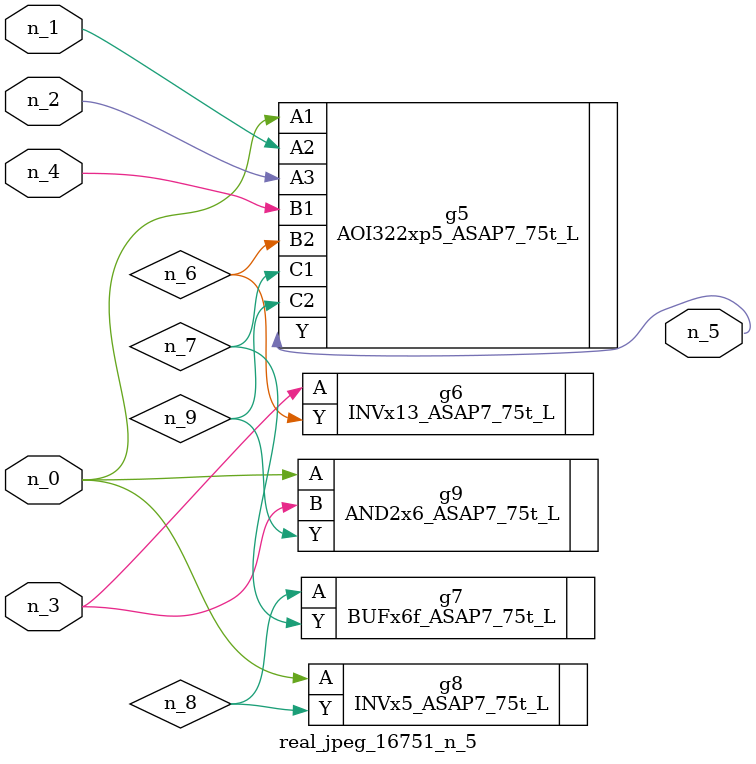
<source format=v>
module real_jpeg_16751_n_5 (n_4, n_0, n_1, n_2, n_3, n_5);

input n_4;
input n_0;
input n_1;
input n_2;
input n_3;

output n_5;

wire n_8;
wire n_6;
wire n_7;
wire n_9;

AOI322xp5_ASAP7_75t_L g5 ( 
.A1(n_0),
.A2(n_1),
.A3(n_2),
.B1(n_4),
.B2(n_6),
.C1(n_7),
.C2(n_9),
.Y(n_5)
);

INVx5_ASAP7_75t_L g8 ( 
.A(n_0),
.Y(n_8)
);

AND2x6_ASAP7_75t_L g9 ( 
.A(n_0),
.B(n_3),
.Y(n_9)
);

INVx13_ASAP7_75t_L g6 ( 
.A(n_3),
.Y(n_6)
);

BUFx6f_ASAP7_75t_L g7 ( 
.A(n_8),
.Y(n_7)
);


endmodule
</source>
